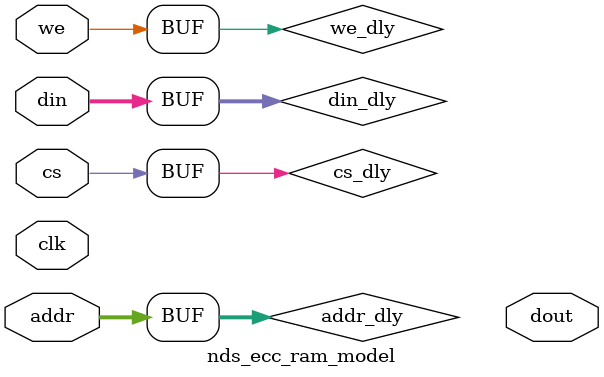
<source format=v>


module nds_ecc_ram_model (
    clk,
    we,
    cs,
    addr,
    din,
    dout
);

parameter  WRITE_WIDTH      = 64;
parameter  ADDR_WIDTH       = 5;
parameter  IN_DELAY         = 0;
parameter  OUT_DELAY        = 0;
parameter  ENABLE           = "yes";

localparam MEM_SIZE         = 2 ** ADDR_WIDTH;
localparam DATA_WIDTH       = WRITE_WIDTH;
localparam TABLE_DEPTH      = 16;
localparam TABLE_ADDR_WIDTH = $clog2(TABLE_DEPTH);
localparam STORE_ADDR_WIDTH = ADDR_WIDTH - TABLE_ADDR_WIDTH;

input                         clk;
input                         we;
input                         cs;
input      [(ADDR_WIDTH-1):0] addr;
input     [(WRITE_WIDTH-1):0] din;
output    [(WRITE_WIDTH-1):0] dout;

// synthesis translate_off
wire      [(WRITE_WIDTH-1):0] p_dout;
reg       [(WRITE_WIDTH-1):0] mem[0:(MEM_SIZE-1)];
// synthesis translate_on
wire                          we_dly;
wire                          cs_dly;
wire       [(ADDR_WIDTH-1):0] addr_dly;
wire      [(WRITE_WIDTH-1):0] din_dly;

reg [(ADDR_WIDTH-1):0]        read_addr;

assign #(IN_DELAY) we_dly   = we;
assign #(IN_DELAY) cs_dly   = cs;
assign #(IN_DELAY) addr_dly = addr;
assign #(IN_DELAY) din_dly  = din;

always @(posedge clk) begin
    if (cs_dly) begin
        if (we_dly) begin
            // synthesis translate_off
            mem[addr_dly] <= din_dly;
            // synthesis translate_on
        end
    end
end

always @(posedge clk) begin
    if (cs_dly) begin
        if (we_dly)
            read_addr <= {ADDR_WIDTH{1'bx}};
        else
            read_addr <= addr_dly;
    end
end

// synthesis translate_off
`ifdef TEST_MEM_MACRO

assign p_dout               = mem[read_addr];
assign #(OUT_DELAY) dout    = p_dout;

`elsif DISABLE_RAND_ECC_INJECT

assign p_dout               = mem[read_addr];
assign #(OUT_DELAY) dout    = p_dout;























`else

assign p_dout = mem[read_addr];
assign #(OUT_DELAY) dout = p_dout;

`endif

`ifdef NDS_INTERNAL_SIM
initial begin
$display ("NDS_MEM_INFO:%m:ADDR_WIDTH = %2d", ADDR_WIDTH);
$display ("NDS_MEM_INFO:%m:DATA_WIDTH = %2d", WRITE_WIDTH);
$display ("NDS_MEM_INFO:%m:WE_WIDTH   = %2d", 1);
$display ("NDS_MEM_INFO:%m:ENABLE     = %3s", ENABLE);
end
`endif
// synthesis translate_on


endmodule

</source>
